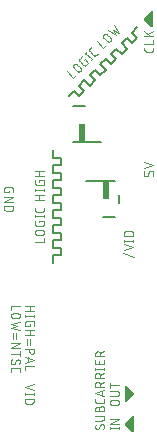
<source format=gbr>
G04 EAGLE Gerber RS-274X export*
G75*
%MOMM*%
%FSLAX34Y34*%
%LPD*%
%INSilkscreen Top*%
%IPPOS*%
%AMOC8*
5,1,8,0,0,1.08239X$1,22.5*%
G01*
%ADD10C,0.050800*%
%ADD11C,0.127000*%
%ADD12C,0.152400*%
%ADD13R,0.500000X1.500000*%
%ADD14R,0.508000X1.524000*%

G36*
X138203Y348501D02*
X138203Y348501D01*
X138255Y348502D01*
X138322Y348527D01*
X138392Y348542D01*
X138437Y348569D01*
X138486Y348587D01*
X138542Y348632D01*
X138603Y348668D01*
X138637Y348708D01*
X138678Y348740D01*
X138717Y348801D01*
X138763Y348855D01*
X138783Y348903D01*
X138811Y348947D01*
X138828Y349017D01*
X138855Y349083D01*
X138863Y349155D01*
X138871Y349186D01*
X138869Y349209D01*
X138874Y349250D01*
X138874Y361950D01*
X138862Y362021D01*
X138860Y362092D01*
X138842Y362141D01*
X138834Y362193D01*
X138801Y362256D01*
X138776Y362323D01*
X138743Y362364D01*
X138719Y362410D01*
X138667Y362459D01*
X138622Y362515D01*
X138578Y362544D01*
X138541Y362580D01*
X138476Y362610D01*
X138415Y362648D01*
X138365Y362661D01*
X138318Y362683D01*
X138246Y362691D01*
X138177Y362709D01*
X138125Y362704D01*
X138073Y362710D01*
X138003Y362695D01*
X137932Y362689D01*
X137884Y362669D01*
X137833Y362658D01*
X137771Y362621D01*
X137705Y362593D01*
X137649Y362548D01*
X137622Y362532D01*
X137606Y362514D01*
X137574Y362488D01*
X131224Y356138D01*
X131213Y356122D01*
X131197Y356110D01*
X131141Y356022D01*
X131081Y355939D01*
X131075Y355920D01*
X131064Y355903D01*
X131039Y355802D01*
X131008Y355703D01*
X131009Y355684D01*
X131004Y355664D01*
X131012Y355561D01*
X131015Y355458D01*
X131022Y355439D01*
X131023Y355419D01*
X131063Y355324D01*
X131099Y355227D01*
X131112Y355211D01*
X131119Y355193D01*
X131224Y355062D01*
X137574Y348712D01*
X137632Y348670D01*
X137684Y348621D01*
X137732Y348599D01*
X137774Y348568D01*
X137842Y348547D01*
X137908Y348517D01*
X137959Y348511D01*
X138009Y348496D01*
X138081Y348498D01*
X138152Y348490D01*
X138203Y348501D01*
G37*
G36*
X115997Y31005D02*
X115997Y31005D01*
X116069Y31011D01*
X116116Y31031D01*
X116167Y31042D01*
X116229Y31079D01*
X116295Y31107D01*
X116351Y31152D01*
X116378Y31168D01*
X116394Y31186D01*
X116426Y31212D01*
X122776Y37562D01*
X122787Y37578D01*
X122803Y37590D01*
X122859Y37678D01*
X122919Y37761D01*
X122925Y37780D01*
X122936Y37797D01*
X122961Y37898D01*
X122992Y37997D01*
X122991Y38016D01*
X122996Y38036D01*
X122988Y38139D01*
X122985Y38242D01*
X122978Y38261D01*
X122977Y38281D01*
X122937Y38376D01*
X122901Y38473D01*
X122888Y38489D01*
X122881Y38507D01*
X122776Y38638D01*
X116426Y44988D01*
X116368Y45030D01*
X116316Y45080D01*
X116268Y45102D01*
X116226Y45132D01*
X116158Y45153D01*
X116093Y45183D01*
X116041Y45189D01*
X115991Y45204D01*
X115919Y45202D01*
X115848Y45210D01*
X115797Y45199D01*
X115745Y45198D01*
X115678Y45173D01*
X115608Y45158D01*
X115563Y45131D01*
X115514Y45113D01*
X115458Y45069D01*
X115397Y45032D01*
X115363Y44992D01*
X115322Y44960D01*
X115283Y44899D01*
X115237Y44845D01*
X115217Y44797D01*
X115189Y44753D01*
X115172Y44683D01*
X115145Y44617D01*
X115137Y44545D01*
X115129Y44514D01*
X115131Y44491D01*
X115126Y44450D01*
X115126Y31750D01*
X115138Y31679D01*
X115140Y31608D01*
X115158Y31559D01*
X115166Y31507D01*
X115199Y31444D01*
X115224Y31377D01*
X115257Y31336D01*
X115281Y31290D01*
X115333Y31241D01*
X115378Y31185D01*
X115422Y31156D01*
X115459Y31121D01*
X115524Y31090D01*
X115585Y31052D01*
X115635Y31039D01*
X115683Y31017D01*
X115754Y31009D01*
X115823Y30991D01*
X115875Y30996D01*
X115927Y30990D01*
X115997Y31005D01*
G37*
G36*
X122328Y5601D02*
X122328Y5601D01*
X122380Y5602D01*
X122447Y5627D01*
X122517Y5642D01*
X122562Y5669D01*
X122611Y5687D01*
X122667Y5732D01*
X122728Y5768D01*
X122762Y5808D01*
X122803Y5840D01*
X122842Y5901D01*
X122888Y5955D01*
X122908Y6003D01*
X122936Y6047D01*
X122953Y6117D01*
X122980Y6183D01*
X122988Y6255D01*
X122996Y6286D01*
X122994Y6309D01*
X122999Y6350D01*
X122999Y19050D01*
X122987Y19121D01*
X122985Y19192D01*
X122967Y19241D01*
X122959Y19293D01*
X122926Y19356D01*
X122901Y19423D01*
X122868Y19464D01*
X122844Y19510D01*
X122792Y19559D01*
X122747Y19615D01*
X122703Y19644D01*
X122666Y19680D01*
X122601Y19710D01*
X122540Y19748D01*
X122490Y19761D01*
X122443Y19783D01*
X122371Y19791D01*
X122302Y19809D01*
X122250Y19804D01*
X122198Y19810D01*
X122128Y19795D01*
X122057Y19789D01*
X122009Y19769D01*
X121958Y19758D01*
X121896Y19721D01*
X121830Y19693D01*
X121774Y19648D01*
X121747Y19632D01*
X121731Y19614D01*
X121699Y19588D01*
X115349Y13238D01*
X115338Y13222D01*
X115322Y13210D01*
X115266Y13122D01*
X115206Y13039D01*
X115200Y13020D01*
X115189Y13003D01*
X115164Y12902D01*
X115133Y12803D01*
X115134Y12784D01*
X115129Y12764D01*
X115137Y12661D01*
X115140Y12558D01*
X115147Y12539D01*
X115148Y12519D01*
X115188Y12424D01*
X115224Y12327D01*
X115237Y12311D01*
X115244Y12293D01*
X115349Y12162D01*
X121699Y5812D01*
X121757Y5770D01*
X121809Y5721D01*
X121857Y5699D01*
X121899Y5668D01*
X121967Y5647D01*
X122033Y5617D01*
X122084Y5611D01*
X122134Y5596D01*
X122206Y5598D01*
X122277Y5590D01*
X122328Y5601D01*
G37*
D10*
X108179Y28668D02*
X104793Y28668D01*
X104702Y28670D01*
X104611Y28676D01*
X104520Y28686D01*
X104430Y28699D01*
X104341Y28717D01*
X104252Y28738D01*
X104165Y28763D01*
X104078Y28792D01*
X103993Y28825D01*
X103910Y28861D01*
X103828Y28901D01*
X103748Y28944D01*
X103669Y28991D01*
X103593Y29041D01*
X103519Y29094D01*
X103448Y29150D01*
X103379Y29210D01*
X103312Y29272D01*
X103249Y29337D01*
X103188Y29405D01*
X103130Y29475D01*
X103075Y29548D01*
X103023Y29623D01*
X102975Y29700D01*
X102930Y29780D01*
X102888Y29861D01*
X102850Y29943D01*
X102816Y30028D01*
X102785Y30114D01*
X102758Y30201D01*
X102735Y30289D01*
X102716Y30378D01*
X102700Y30467D01*
X102688Y30558D01*
X102680Y30648D01*
X102676Y30739D01*
X102676Y30831D01*
X102680Y30922D01*
X102688Y31012D01*
X102700Y31103D01*
X102716Y31192D01*
X102735Y31281D01*
X102758Y31369D01*
X102785Y31456D01*
X102816Y31542D01*
X102850Y31627D01*
X102888Y31709D01*
X102930Y31790D01*
X102975Y31870D01*
X103023Y31947D01*
X103075Y32022D01*
X103130Y32095D01*
X103188Y32165D01*
X103249Y32233D01*
X103312Y32298D01*
X103379Y32360D01*
X103448Y32420D01*
X103519Y32476D01*
X103593Y32529D01*
X103669Y32579D01*
X103748Y32626D01*
X103828Y32669D01*
X103910Y32709D01*
X103993Y32745D01*
X104078Y32778D01*
X104165Y32807D01*
X104252Y32832D01*
X104341Y32853D01*
X104430Y32871D01*
X104520Y32884D01*
X104611Y32894D01*
X104702Y32900D01*
X104793Y32902D01*
X104793Y32901D02*
X108179Y32901D01*
X108179Y32902D02*
X108270Y32900D01*
X108361Y32894D01*
X108452Y32884D01*
X108542Y32871D01*
X108631Y32853D01*
X108720Y32832D01*
X108807Y32807D01*
X108894Y32778D01*
X108979Y32745D01*
X109062Y32709D01*
X109144Y32669D01*
X109224Y32626D01*
X109303Y32579D01*
X109379Y32529D01*
X109453Y32476D01*
X109524Y32420D01*
X109593Y32360D01*
X109660Y32298D01*
X109723Y32233D01*
X109784Y32165D01*
X109842Y32095D01*
X109897Y32022D01*
X109949Y31947D01*
X109997Y31870D01*
X110042Y31790D01*
X110084Y31709D01*
X110122Y31627D01*
X110156Y31542D01*
X110187Y31456D01*
X110214Y31369D01*
X110237Y31281D01*
X110256Y31192D01*
X110272Y31103D01*
X110284Y31012D01*
X110292Y30922D01*
X110296Y30831D01*
X110296Y30739D01*
X110292Y30648D01*
X110284Y30558D01*
X110272Y30467D01*
X110256Y30378D01*
X110237Y30289D01*
X110214Y30201D01*
X110187Y30114D01*
X110156Y30028D01*
X110122Y29943D01*
X110084Y29861D01*
X110042Y29780D01*
X109997Y29700D01*
X109949Y29623D01*
X109897Y29548D01*
X109842Y29475D01*
X109784Y29405D01*
X109723Y29337D01*
X109660Y29272D01*
X109593Y29210D01*
X109524Y29150D01*
X109453Y29094D01*
X109379Y29041D01*
X109303Y28991D01*
X109224Y28944D01*
X109144Y28901D01*
X109062Y28861D01*
X108979Y28825D01*
X108894Y28792D01*
X108807Y28763D01*
X108720Y28738D01*
X108631Y28717D01*
X108542Y28699D01*
X108452Y28686D01*
X108361Y28676D01*
X108270Y28670D01*
X108179Y28668D01*
X108179Y36227D02*
X102676Y36227D01*
X108179Y36227D02*
X108270Y36229D01*
X108361Y36235D01*
X108452Y36245D01*
X108542Y36258D01*
X108631Y36276D01*
X108720Y36297D01*
X108807Y36322D01*
X108894Y36351D01*
X108979Y36384D01*
X109062Y36420D01*
X109144Y36460D01*
X109224Y36503D01*
X109303Y36550D01*
X109379Y36600D01*
X109453Y36653D01*
X109524Y36709D01*
X109593Y36769D01*
X109660Y36831D01*
X109723Y36896D01*
X109784Y36964D01*
X109842Y37034D01*
X109897Y37107D01*
X109949Y37182D01*
X109997Y37259D01*
X110042Y37339D01*
X110084Y37420D01*
X110122Y37502D01*
X110156Y37587D01*
X110187Y37673D01*
X110214Y37760D01*
X110237Y37848D01*
X110256Y37937D01*
X110272Y38026D01*
X110284Y38117D01*
X110292Y38207D01*
X110296Y38298D01*
X110296Y38390D01*
X110292Y38481D01*
X110284Y38571D01*
X110272Y38662D01*
X110256Y38751D01*
X110237Y38840D01*
X110214Y38928D01*
X110187Y39015D01*
X110156Y39101D01*
X110122Y39186D01*
X110084Y39268D01*
X110042Y39349D01*
X109997Y39429D01*
X109949Y39506D01*
X109897Y39581D01*
X109842Y39654D01*
X109784Y39724D01*
X109723Y39792D01*
X109660Y39857D01*
X109593Y39919D01*
X109524Y39979D01*
X109453Y40035D01*
X109379Y40088D01*
X109303Y40138D01*
X109224Y40185D01*
X109144Y40228D01*
X109062Y40268D01*
X108979Y40304D01*
X108894Y40337D01*
X108807Y40366D01*
X108720Y40391D01*
X108631Y40412D01*
X108542Y40430D01*
X108452Y40443D01*
X108361Y40453D01*
X108270Y40459D01*
X108179Y40461D01*
X102676Y40461D01*
X102676Y45415D02*
X110296Y45415D01*
X102676Y43299D02*
X102676Y47532D01*
X38037Y46402D02*
X30417Y43862D01*
X38037Y41322D01*
X38037Y38010D02*
X30417Y38010D01*
X30417Y37164D02*
X30417Y38857D01*
X38037Y38857D02*
X38037Y37164D01*
X38037Y34031D02*
X30417Y34031D01*
X38037Y34031D02*
X38037Y31914D01*
X38035Y31824D01*
X38029Y31734D01*
X38020Y31645D01*
X38007Y31556D01*
X37989Y31468D01*
X37969Y31381D01*
X37944Y31294D01*
X37916Y31209D01*
X37884Y31125D01*
X37849Y31042D01*
X37810Y30961D01*
X37768Y30882D01*
X37723Y30804D01*
X37674Y30729D01*
X37622Y30655D01*
X37567Y30584D01*
X37509Y30515D01*
X37448Y30449D01*
X37385Y30386D01*
X37319Y30325D01*
X37250Y30267D01*
X37179Y30212D01*
X37105Y30160D01*
X37030Y30111D01*
X36952Y30066D01*
X36873Y30024D01*
X36792Y29985D01*
X36709Y29950D01*
X36625Y29918D01*
X36540Y29890D01*
X36453Y29865D01*
X36366Y29845D01*
X36278Y29827D01*
X36189Y29814D01*
X36100Y29805D01*
X36010Y29799D01*
X35920Y29797D01*
X35920Y29798D02*
X32533Y29798D01*
X32533Y29797D02*
X32443Y29799D01*
X32353Y29805D01*
X32264Y29814D01*
X32175Y29827D01*
X32087Y29845D01*
X32000Y29865D01*
X31913Y29890D01*
X31828Y29918D01*
X31744Y29950D01*
X31661Y29985D01*
X31580Y30024D01*
X31501Y30066D01*
X31423Y30111D01*
X31348Y30160D01*
X31274Y30212D01*
X31203Y30267D01*
X31134Y30325D01*
X31068Y30386D01*
X31005Y30449D01*
X30944Y30515D01*
X30886Y30584D01*
X30831Y30655D01*
X30779Y30729D01*
X30730Y30804D01*
X30685Y30882D01*
X30643Y30961D01*
X30604Y31042D01*
X30569Y31125D01*
X30537Y31209D01*
X30509Y31294D01*
X30484Y31381D01*
X30464Y31468D01*
X30446Y31556D01*
X30433Y31645D01*
X30424Y31734D01*
X30418Y31824D01*
X30416Y31914D01*
X30417Y31914D02*
X30417Y34031D01*
X139446Y222614D02*
X139446Y225154D01*
X139444Y225235D01*
X139438Y225315D01*
X139429Y225395D01*
X139415Y225474D01*
X139398Y225553D01*
X139377Y225631D01*
X139353Y225708D01*
X139325Y225783D01*
X139293Y225857D01*
X139258Y225930D01*
X139219Y226001D01*
X139177Y226069D01*
X139132Y226136D01*
X139084Y226201D01*
X139032Y226263D01*
X138978Y226322D01*
X138921Y226379D01*
X138862Y226433D01*
X138800Y226485D01*
X138735Y226533D01*
X138668Y226578D01*
X138600Y226620D01*
X138529Y226659D01*
X138456Y226694D01*
X138382Y226726D01*
X138307Y226754D01*
X138230Y226778D01*
X138152Y226799D01*
X138073Y226816D01*
X137994Y226830D01*
X137914Y226839D01*
X137834Y226845D01*
X137753Y226847D01*
X136906Y226847D01*
X136825Y226845D01*
X136745Y226839D01*
X136665Y226830D01*
X136586Y226816D01*
X136507Y226799D01*
X136429Y226778D01*
X136352Y226754D01*
X136277Y226726D01*
X136203Y226694D01*
X136130Y226659D01*
X136060Y226620D01*
X135991Y226578D01*
X135924Y226533D01*
X135859Y226485D01*
X135797Y226433D01*
X135738Y226379D01*
X135681Y226322D01*
X135627Y226263D01*
X135575Y226201D01*
X135527Y226136D01*
X135482Y226069D01*
X135440Y226001D01*
X135401Y225930D01*
X135366Y225857D01*
X135334Y225783D01*
X135306Y225708D01*
X135282Y225631D01*
X135261Y225553D01*
X135244Y225474D01*
X135230Y225395D01*
X135221Y225315D01*
X135215Y225235D01*
X135213Y225154D01*
X135213Y222614D01*
X131826Y222614D01*
X131826Y226847D01*
X131826Y229506D02*
X139446Y232046D01*
X131826Y234586D01*
X17187Y210156D02*
X17187Y208886D01*
X12954Y208886D01*
X12954Y211426D01*
X12956Y211507D01*
X12962Y211587D01*
X12971Y211667D01*
X12985Y211746D01*
X13002Y211825D01*
X13023Y211903D01*
X13047Y211980D01*
X13075Y212055D01*
X13107Y212129D01*
X13142Y212202D01*
X13181Y212273D01*
X13223Y212341D01*
X13268Y212408D01*
X13316Y212473D01*
X13368Y212535D01*
X13422Y212594D01*
X13479Y212651D01*
X13538Y212705D01*
X13600Y212757D01*
X13665Y212805D01*
X13732Y212850D01*
X13801Y212892D01*
X13871Y212931D01*
X13944Y212966D01*
X14018Y212998D01*
X14093Y213026D01*
X14170Y213050D01*
X14248Y213071D01*
X14327Y213088D01*
X14406Y213102D01*
X14486Y213111D01*
X14566Y213117D01*
X14647Y213119D01*
X14647Y213120D02*
X18881Y213120D01*
X18881Y213119D02*
X18962Y213117D01*
X19042Y213111D01*
X19122Y213102D01*
X19201Y213088D01*
X19280Y213071D01*
X19358Y213050D01*
X19435Y213026D01*
X19510Y212998D01*
X19584Y212966D01*
X19657Y212931D01*
X19727Y212892D01*
X19796Y212850D01*
X19863Y212805D01*
X19928Y212757D01*
X19990Y212705D01*
X20049Y212651D01*
X20106Y212594D01*
X20160Y212535D01*
X20212Y212473D01*
X20260Y212408D01*
X20305Y212341D01*
X20347Y212273D01*
X20386Y212202D01*
X20421Y212129D01*
X20453Y212055D01*
X20481Y211980D01*
X20505Y211903D01*
X20526Y211825D01*
X20543Y211746D01*
X20557Y211667D01*
X20566Y211587D01*
X20572Y211507D01*
X20574Y211426D01*
X20574Y208886D01*
X20574Y205317D02*
X12954Y205317D01*
X12954Y201083D02*
X20574Y205317D01*
X20574Y201083D02*
X12954Y201083D01*
X12954Y197514D02*
X20574Y197514D01*
X20574Y195397D01*
X20572Y195307D01*
X20566Y195217D01*
X20557Y195128D01*
X20544Y195039D01*
X20526Y194951D01*
X20506Y194864D01*
X20481Y194777D01*
X20453Y194692D01*
X20421Y194608D01*
X20386Y194525D01*
X20347Y194444D01*
X20305Y194365D01*
X20260Y194287D01*
X20211Y194212D01*
X20159Y194138D01*
X20104Y194067D01*
X20046Y193998D01*
X19985Y193932D01*
X19922Y193869D01*
X19856Y193808D01*
X19787Y193750D01*
X19716Y193695D01*
X19642Y193643D01*
X19567Y193594D01*
X19489Y193549D01*
X19410Y193507D01*
X19329Y193468D01*
X19246Y193433D01*
X19162Y193401D01*
X19077Y193373D01*
X18990Y193348D01*
X18903Y193328D01*
X18815Y193310D01*
X18726Y193297D01*
X18637Y193288D01*
X18547Y193282D01*
X18457Y193280D01*
X15071Y193280D01*
X14981Y193282D01*
X14891Y193288D01*
X14802Y193297D01*
X14713Y193310D01*
X14625Y193328D01*
X14538Y193348D01*
X14451Y193373D01*
X14366Y193401D01*
X14282Y193433D01*
X14199Y193468D01*
X14118Y193507D01*
X14039Y193549D01*
X13961Y193594D01*
X13886Y193643D01*
X13812Y193695D01*
X13741Y193750D01*
X13672Y193808D01*
X13606Y193869D01*
X13543Y193932D01*
X13482Y193998D01*
X13424Y194067D01*
X13369Y194138D01*
X13317Y194212D01*
X13268Y194287D01*
X13223Y194365D01*
X13181Y194444D01*
X13142Y194525D01*
X13107Y194608D01*
X13075Y194692D01*
X13047Y194777D01*
X13022Y194864D01*
X13002Y194951D01*
X12984Y195039D01*
X12971Y195128D01*
X12962Y195217D01*
X12956Y195307D01*
X12954Y195397D01*
X12954Y197514D01*
X102676Y9017D02*
X110296Y9017D01*
X110296Y8170D02*
X110296Y9864D01*
X102676Y9864D02*
X102676Y8170D01*
X102676Y12996D02*
X110296Y12996D01*
X110296Y17230D02*
X102676Y12996D01*
X102676Y17230D02*
X110296Y17230D01*
X97696Y10832D02*
X97694Y10913D01*
X97688Y10993D01*
X97679Y11073D01*
X97665Y11152D01*
X97648Y11231D01*
X97627Y11309D01*
X97603Y11386D01*
X97575Y11461D01*
X97543Y11535D01*
X97508Y11608D01*
X97469Y11679D01*
X97427Y11747D01*
X97382Y11814D01*
X97334Y11879D01*
X97282Y11941D01*
X97228Y12000D01*
X97171Y12057D01*
X97112Y12111D01*
X97050Y12163D01*
X96985Y12211D01*
X96918Y12256D01*
X96850Y12298D01*
X96779Y12337D01*
X96706Y12372D01*
X96632Y12404D01*
X96557Y12432D01*
X96480Y12456D01*
X96402Y12477D01*
X96323Y12494D01*
X96244Y12508D01*
X96164Y12517D01*
X96084Y12523D01*
X96003Y12525D01*
X97696Y10832D02*
X97694Y10714D01*
X97688Y10597D01*
X97679Y10480D01*
X97665Y10363D01*
X97648Y10246D01*
X97627Y10131D01*
X97602Y10016D01*
X97573Y9901D01*
X97540Y9788D01*
X97504Y9676D01*
X97464Y9566D01*
X97421Y9456D01*
X97374Y9348D01*
X97323Y9242D01*
X97269Y9138D01*
X97212Y9035D01*
X97151Y8934D01*
X97087Y8835D01*
X97020Y8739D01*
X96949Y8645D01*
X96876Y8553D01*
X96799Y8463D01*
X96720Y8376D01*
X96638Y8292D01*
X91769Y8504D02*
X91688Y8506D01*
X91608Y8512D01*
X91528Y8521D01*
X91449Y8535D01*
X91370Y8552D01*
X91292Y8573D01*
X91215Y8597D01*
X91140Y8625D01*
X91066Y8657D01*
X90993Y8692D01*
X90923Y8731D01*
X90854Y8773D01*
X90787Y8818D01*
X90722Y8866D01*
X90660Y8918D01*
X90601Y8972D01*
X90544Y9029D01*
X90490Y9088D01*
X90438Y9150D01*
X90390Y9215D01*
X90345Y9282D01*
X90303Y9351D01*
X90264Y9421D01*
X90229Y9494D01*
X90197Y9568D01*
X90169Y9643D01*
X90145Y9720D01*
X90124Y9798D01*
X90107Y9877D01*
X90093Y9956D01*
X90084Y10036D01*
X90078Y10116D01*
X90076Y10197D01*
X90078Y10305D01*
X90083Y10412D01*
X90092Y10519D01*
X90105Y10626D01*
X90121Y10732D01*
X90141Y10838D01*
X90165Y10943D01*
X90192Y11047D01*
X90222Y11150D01*
X90256Y11252D01*
X90294Y11353D01*
X90335Y11452D01*
X90379Y11550D01*
X90426Y11647D01*
X90477Y11741D01*
X90531Y11835D01*
X90588Y11926D01*
X90648Y12015D01*
X90711Y12102D01*
X93251Y9350D02*
X93208Y9281D01*
X93162Y9214D01*
X93113Y9149D01*
X93061Y9087D01*
X93006Y9028D01*
X92948Y8971D01*
X92887Y8916D01*
X92825Y8865D01*
X92759Y8817D01*
X92692Y8772D01*
X92622Y8730D01*
X92551Y8691D01*
X92478Y8656D01*
X92403Y8624D01*
X92327Y8596D01*
X92250Y8572D01*
X92171Y8551D01*
X92092Y8534D01*
X92012Y8520D01*
X91931Y8511D01*
X91850Y8505D01*
X91769Y8503D01*
X94521Y11678D02*
X94564Y11747D01*
X94610Y11814D01*
X94659Y11879D01*
X94711Y11941D01*
X94766Y12000D01*
X94824Y12058D01*
X94885Y12112D01*
X94947Y12163D01*
X95013Y12211D01*
X95080Y12256D01*
X95150Y12298D01*
X95221Y12337D01*
X95294Y12372D01*
X95369Y12404D01*
X95445Y12432D01*
X95522Y12457D01*
X95601Y12477D01*
X95680Y12494D01*
X95760Y12508D01*
X95841Y12517D01*
X95922Y12523D01*
X96003Y12525D01*
X94521Y11678D02*
X93251Y9350D01*
X95579Y15607D02*
X90076Y15607D01*
X95579Y15607D02*
X95670Y15609D01*
X95761Y15615D01*
X95852Y15625D01*
X95942Y15638D01*
X96031Y15656D01*
X96120Y15677D01*
X96207Y15702D01*
X96294Y15731D01*
X96379Y15764D01*
X96462Y15800D01*
X96544Y15840D01*
X96624Y15883D01*
X96703Y15930D01*
X96779Y15980D01*
X96853Y16033D01*
X96924Y16089D01*
X96993Y16149D01*
X97060Y16211D01*
X97123Y16276D01*
X97184Y16344D01*
X97242Y16414D01*
X97297Y16487D01*
X97349Y16562D01*
X97397Y16639D01*
X97442Y16719D01*
X97484Y16800D01*
X97522Y16882D01*
X97556Y16967D01*
X97587Y17053D01*
X97614Y17140D01*
X97637Y17228D01*
X97656Y17317D01*
X97672Y17406D01*
X97684Y17497D01*
X97692Y17587D01*
X97696Y17678D01*
X97696Y17770D01*
X97692Y17861D01*
X97684Y17951D01*
X97672Y18042D01*
X97656Y18131D01*
X97637Y18220D01*
X97614Y18308D01*
X97587Y18395D01*
X97556Y18481D01*
X97522Y18566D01*
X97484Y18648D01*
X97442Y18729D01*
X97397Y18809D01*
X97349Y18886D01*
X97297Y18961D01*
X97242Y19034D01*
X97184Y19104D01*
X97123Y19172D01*
X97060Y19237D01*
X96993Y19299D01*
X96924Y19359D01*
X96853Y19415D01*
X96779Y19468D01*
X96703Y19518D01*
X96624Y19565D01*
X96544Y19608D01*
X96462Y19648D01*
X96379Y19684D01*
X96294Y19717D01*
X96207Y19746D01*
X96120Y19771D01*
X96031Y19792D01*
X95942Y19810D01*
X95852Y19823D01*
X95761Y19833D01*
X95670Y19839D01*
X95579Y19841D01*
X95579Y19840D02*
X90076Y19840D01*
X93463Y23506D02*
X93463Y25623D01*
X93462Y25623D02*
X93464Y25714D01*
X93470Y25805D01*
X93480Y25896D01*
X93493Y25986D01*
X93511Y26075D01*
X93532Y26164D01*
X93557Y26251D01*
X93586Y26338D01*
X93619Y26423D01*
X93655Y26506D01*
X93695Y26588D01*
X93738Y26668D01*
X93785Y26747D01*
X93835Y26823D01*
X93888Y26897D01*
X93944Y26968D01*
X94004Y27037D01*
X94066Y27104D01*
X94131Y27167D01*
X94199Y27228D01*
X94269Y27286D01*
X94342Y27341D01*
X94417Y27393D01*
X94494Y27441D01*
X94574Y27486D01*
X94655Y27528D01*
X94737Y27566D01*
X94822Y27600D01*
X94908Y27631D01*
X94995Y27658D01*
X95083Y27681D01*
X95172Y27700D01*
X95261Y27716D01*
X95352Y27728D01*
X95442Y27736D01*
X95533Y27740D01*
X95625Y27740D01*
X95716Y27736D01*
X95806Y27728D01*
X95897Y27716D01*
X95986Y27700D01*
X96075Y27681D01*
X96163Y27658D01*
X96250Y27631D01*
X96336Y27600D01*
X96421Y27566D01*
X96503Y27528D01*
X96584Y27486D01*
X96664Y27441D01*
X96741Y27393D01*
X96816Y27341D01*
X96889Y27286D01*
X96959Y27228D01*
X97027Y27167D01*
X97092Y27104D01*
X97154Y27037D01*
X97214Y26968D01*
X97270Y26897D01*
X97323Y26823D01*
X97373Y26747D01*
X97420Y26668D01*
X97463Y26588D01*
X97503Y26506D01*
X97539Y26423D01*
X97572Y26338D01*
X97601Y26251D01*
X97626Y26164D01*
X97647Y26075D01*
X97665Y25986D01*
X97678Y25896D01*
X97688Y25805D01*
X97694Y25714D01*
X97696Y25623D01*
X97696Y23506D01*
X90076Y23506D01*
X90076Y25623D01*
X90078Y25704D01*
X90084Y25784D01*
X90093Y25864D01*
X90107Y25943D01*
X90124Y26022D01*
X90145Y26100D01*
X90169Y26177D01*
X90197Y26252D01*
X90229Y26326D01*
X90264Y26399D01*
X90303Y26470D01*
X90345Y26538D01*
X90390Y26605D01*
X90438Y26670D01*
X90490Y26732D01*
X90544Y26791D01*
X90601Y26848D01*
X90660Y26902D01*
X90722Y26954D01*
X90787Y27002D01*
X90854Y27047D01*
X90923Y27089D01*
X90993Y27128D01*
X91066Y27163D01*
X91140Y27195D01*
X91215Y27223D01*
X91292Y27247D01*
X91370Y27268D01*
X91449Y27285D01*
X91528Y27299D01*
X91608Y27308D01*
X91688Y27314D01*
X91769Y27316D01*
X91850Y27314D01*
X91930Y27308D01*
X92010Y27299D01*
X92089Y27285D01*
X92168Y27268D01*
X92246Y27247D01*
X92323Y27223D01*
X92398Y27195D01*
X92472Y27163D01*
X92545Y27128D01*
X92616Y27089D01*
X92684Y27047D01*
X92751Y27002D01*
X92816Y26954D01*
X92878Y26902D01*
X92937Y26848D01*
X92994Y26791D01*
X93048Y26732D01*
X93100Y26670D01*
X93148Y26605D01*
X93193Y26538D01*
X93235Y26470D01*
X93274Y26399D01*
X93309Y26326D01*
X93341Y26252D01*
X93369Y26177D01*
X93393Y26100D01*
X93414Y26022D01*
X93431Y25943D01*
X93445Y25864D01*
X93454Y25784D01*
X93460Y25704D01*
X93462Y25623D01*
X97696Y32155D02*
X97696Y33849D01*
X97696Y32155D02*
X97694Y32074D01*
X97688Y31994D01*
X97679Y31914D01*
X97665Y31835D01*
X97648Y31756D01*
X97627Y31678D01*
X97603Y31601D01*
X97575Y31526D01*
X97543Y31452D01*
X97508Y31379D01*
X97469Y31309D01*
X97427Y31240D01*
X97382Y31173D01*
X97334Y31108D01*
X97282Y31046D01*
X97228Y30987D01*
X97171Y30930D01*
X97112Y30876D01*
X97050Y30824D01*
X96985Y30776D01*
X96918Y30731D01*
X96850Y30689D01*
X96779Y30650D01*
X96706Y30615D01*
X96632Y30583D01*
X96557Y30555D01*
X96480Y30531D01*
X96402Y30510D01*
X96323Y30493D01*
X96244Y30479D01*
X96164Y30470D01*
X96084Y30464D01*
X96003Y30462D01*
X91769Y30462D01*
X91769Y30463D02*
X91688Y30465D01*
X91608Y30471D01*
X91528Y30480D01*
X91449Y30494D01*
X91370Y30511D01*
X91292Y30532D01*
X91215Y30556D01*
X91140Y30584D01*
X91066Y30616D01*
X90993Y30651D01*
X90923Y30690D01*
X90854Y30732D01*
X90787Y30777D01*
X90722Y30825D01*
X90660Y30876D01*
X90601Y30931D01*
X90544Y30988D01*
X90490Y31047D01*
X90438Y31109D01*
X90390Y31174D01*
X90345Y31241D01*
X90303Y31309D01*
X90264Y31380D01*
X90229Y31453D01*
X90197Y31527D01*
X90169Y31602D01*
X90145Y31679D01*
X90124Y31757D01*
X90107Y31836D01*
X90093Y31915D01*
X90084Y31995D01*
X90078Y32075D01*
X90076Y32156D01*
X90076Y32155D02*
X90076Y33849D01*
X90076Y38694D02*
X97696Y36154D01*
X97696Y41234D02*
X90076Y38694D01*
X95791Y40599D02*
X95791Y36789D01*
X97696Y44178D02*
X90076Y44178D01*
X90076Y46295D01*
X90078Y46386D01*
X90084Y46477D01*
X90094Y46568D01*
X90107Y46658D01*
X90125Y46747D01*
X90146Y46836D01*
X90171Y46923D01*
X90200Y47010D01*
X90233Y47095D01*
X90269Y47178D01*
X90309Y47260D01*
X90352Y47340D01*
X90399Y47419D01*
X90449Y47495D01*
X90502Y47569D01*
X90558Y47640D01*
X90618Y47709D01*
X90680Y47776D01*
X90745Y47839D01*
X90813Y47900D01*
X90883Y47958D01*
X90956Y48013D01*
X91031Y48065D01*
X91108Y48113D01*
X91188Y48158D01*
X91269Y48200D01*
X91351Y48238D01*
X91436Y48272D01*
X91522Y48303D01*
X91609Y48330D01*
X91697Y48353D01*
X91786Y48372D01*
X91875Y48388D01*
X91966Y48400D01*
X92056Y48408D01*
X92147Y48412D01*
X92239Y48412D01*
X92330Y48408D01*
X92420Y48400D01*
X92511Y48388D01*
X92600Y48372D01*
X92689Y48353D01*
X92777Y48330D01*
X92864Y48303D01*
X92950Y48272D01*
X93035Y48238D01*
X93117Y48200D01*
X93198Y48158D01*
X93278Y48113D01*
X93355Y48065D01*
X93430Y48013D01*
X93503Y47958D01*
X93573Y47900D01*
X93641Y47839D01*
X93706Y47776D01*
X93768Y47709D01*
X93828Y47640D01*
X93884Y47569D01*
X93937Y47495D01*
X93987Y47419D01*
X94034Y47340D01*
X94077Y47260D01*
X94117Y47178D01*
X94153Y47095D01*
X94186Y47010D01*
X94215Y46923D01*
X94240Y46836D01*
X94261Y46747D01*
X94279Y46658D01*
X94292Y46568D01*
X94302Y46477D01*
X94308Y46386D01*
X94310Y46295D01*
X94309Y46295D02*
X94309Y44178D01*
X94309Y46718D02*
X97696Y48411D01*
X97696Y51737D02*
X90076Y51737D01*
X90076Y53854D01*
X90078Y53945D01*
X90084Y54036D01*
X90094Y54127D01*
X90107Y54217D01*
X90125Y54306D01*
X90146Y54395D01*
X90171Y54482D01*
X90200Y54569D01*
X90233Y54654D01*
X90269Y54737D01*
X90309Y54819D01*
X90352Y54899D01*
X90399Y54978D01*
X90449Y55054D01*
X90502Y55128D01*
X90558Y55199D01*
X90618Y55268D01*
X90680Y55335D01*
X90745Y55398D01*
X90813Y55459D01*
X90883Y55517D01*
X90956Y55572D01*
X91031Y55624D01*
X91108Y55672D01*
X91188Y55717D01*
X91269Y55759D01*
X91351Y55797D01*
X91436Y55831D01*
X91522Y55862D01*
X91609Y55889D01*
X91697Y55912D01*
X91786Y55931D01*
X91875Y55947D01*
X91966Y55959D01*
X92056Y55967D01*
X92147Y55971D01*
X92239Y55971D01*
X92330Y55967D01*
X92420Y55959D01*
X92511Y55947D01*
X92600Y55931D01*
X92689Y55912D01*
X92777Y55889D01*
X92864Y55862D01*
X92950Y55831D01*
X93035Y55797D01*
X93117Y55759D01*
X93198Y55717D01*
X93278Y55672D01*
X93355Y55624D01*
X93430Y55572D01*
X93503Y55517D01*
X93573Y55459D01*
X93641Y55398D01*
X93706Y55335D01*
X93768Y55268D01*
X93828Y55199D01*
X93884Y55128D01*
X93937Y55054D01*
X93987Y54978D01*
X94034Y54899D01*
X94077Y54819D01*
X94117Y54737D01*
X94153Y54654D01*
X94186Y54569D01*
X94215Y54482D01*
X94240Y54395D01*
X94261Y54306D01*
X94279Y54217D01*
X94292Y54127D01*
X94302Y54036D01*
X94308Y53945D01*
X94310Y53854D01*
X94309Y53854D02*
X94309Y51737D01*
X94309Y54277D02*
X97696Y55970D01*
X97696Y59664D02*
X90076Y59664D01*
X97696Y58817D02*
X97696Y60511D01*
X90076Y60511D02*
X90076Y58817D01*
X97696Y63656D02*
X97696Y67043D01*
X97696Y63656D02*
X90076Y63656D01*
X90076Y67043D01*
X93463Y66196D02*
X93463Y63656D01*
X90076Y70025D02*
X97696Y70025D01*
X90076Y70025D02*
X90076Y72142D01*
X90078Y72233D01*
X90084Y72324D01*
X90094Y72415D01*
X90107Y72505D01*
X90125Y72594D01*
X90146Y72683D01*
X90171Y72770D01*
X90200Y72857D01*
X90233Y72942D01*
X90269Y73025D01*
X90309Y73107D01*
X90352Y73187D01*
X90399Y73266D01*
X90449Y73342D01*
X90502Y73416D01*
X90558Y73487D01*
X90618Y73556D01*
X90680Y73623D01*
X90745Y73686D01*
X90813Y73747D01*
X90883Y73805D01*
X90956Y73860D01*
X91031Y73912D01*
X91108Y73960D01*
X91188Y74005D01*
X91269Y74047D01*
X91351Y74085D01*
X91436Y74119D01*
X91522Y74150D01*
X91609Y74177D01*
X91697Y74200D01*
X91786Y74219D01*
X91875Y74235D01*
X91966Y74247D01*
X92056Y74255D01*
X92147Y74259D01*
X92239Y74259D01*
X92330Y74255D01*
X92420Y74247D01*
X92511Y74235D01*
X92600Y74219D01*
X92689Y74200D01*
X92777Y74177D01*
X92864Y74150D01*
X92950Y74119D01*
X93035Y74085D01*
X93117Y74047D01*
X93198Y74005D01*
X93278Y73960D01*
X93355Y73912D01*
X93430Y73860D01*
X93503Y73805D01*
X93573Y73747D01*
X93641Y73686D01*
X93706Y73623D01*
X93768Y73556D01*
X93828Y73487D01*
X93884Y73416D01*
X93937Y73342D01*
X93987Y73266D01*
X94034Y73187D01*
X94077Y73107D01*
X94117Y73025D01*
X94153Y72942D01*
X94186Y72857D01*
X94215Y72770D01*
X94240Y72683D01*
X94261Y72594D01*
X94279Y72505D01*
X94292Y72415D01*
X94302Y72324D01*
X94308Y72233D01*
X94310Y72142D01*
X94309Y72142D02*
X94309Y70025D01*
X94309Y72565D02*
X97696Y74258D01*
X46896Y166820D02*
X39276Y166820D01*
X46896Y166820D02*
X46896Y170207D01*
X44779Y172903D02*
X41393Y172903D01*
X41302Y172905D01*
X41211Y172911D01*
X41120Y172921D01*
X41030Y172934D01*
X40941Y172952D01*
X40852Y172973D01*
X40765Y172998D01*
X40678Y173027D01*
X40593Y173060D01*
X40510Y173096D01*
X40428Y173136D01*
X40348Y173179D01*
X40269Y173226D01*
X40193Y173276D01*
X40119Y173329D01*
X40048Y173385D01*
X39979Y173445D01*
X39912Y173507D01*
X39849Y173572D01*
X39788Y173640D01*
X39730Y173710D01*
X39675Y173783D01*
X39623Y173858D01*
X39575Y173935D01*
X39530Y174015D01*
X39488Y174096D01*
X39450Y174178D01*
X39416Y174263D01*
X39385Y174349D01*
X39358Y174436D01*
X39335Y174524D01*
X39316Y174613D01*
X39300Y174702D01*
X39288Y174793D01*
X39280Y174883D01*
X39276Y174974D01*
X39276Y175066D01*
X39280Y175157D01*
X39288Y175247D01*
X39300Y175338D01*
X39316Y175427D01*
X39335Y175516D01*
X39358Y175604D01*
X39385Y175691D01*
X39416Y175777D01*
X39450Y175862D01*
X39488Y175944D01*
X39530Y176025D01*
X39575Y176105D01*
X39623Y176182D01*
X39675Y176257D01*
X39730Y176330D01*
X39788Y176400D01*
X39849Y176468D01*
X39912Y176533D01*
X39979Y176595D01*
X40048Y176655D01*
X40119Y176711D01*
X40193Y176764D01*
X40269Y176814D01*
X40348Y176861D01*
X40428Y176904D01*
X40510Y176944D01*
X40593Y176980D01*
X40678Y177013D01*
X40765Y177042D01*
X40852Y177067D01*
X40941Y177088D01*
X41030Y177106D01*
X41120Y177119D01*
X41211Y177129D01*
X41302Y177135D01*
X41393Y177137D01*
X44779Y177137D01*
X44870Y177135D01*
X44961Y177129D01*
X45052Y177119D01*
X45142Y177106D01*
X45231Y177088D01*
X45320Y177067D01*
X45407Y177042D01*
X45494Y177013D01*
X45579Y176980D01*
X45662Y176944D01*
X45744Y176904D01*
X45824Y176861D01*
X45903Y176814D01*
X45979Y176764D01*
X46053Y176711D01*
X46124Y176655D01*
X46193Y176595D01*
X46260Y176533D01*
X46323Y176468D01*
X46384Y176400D01*
X46442Y176330D01*
X46497Y176257D01*
X46549Y176182D01*
X46597Y176105D01*
X46642Y176025D01*
X46684Y175944D01*
X46722Y175862D01*
X46756Y175777D01*
X46787Y175691D01*
X46814Y175604D01*
X46837Y175516D01*
X46856Y175427D01*
X46872Y175338D01*
X46884Y175247D01*
X46892Y175157D01*
X46896Y175066D01*
X46896Y174974D01*
X46892Y174883D01*
X46884Y174793D01*
X46872Y174702D01*
X46856Y174613D01*
X46837Y174524D01*
X46814Y174436D01*
X46787Y174349D01*
X46756Y174263D01*
X46722Y174178D01*
X46684Y174096D01*
X46642Y174015D01*
X46597Y173935D01*
X46549Y173858D01*
X46497Y173783D01*
X46442Y173710D01*
X46384Y173640D01*
X46323Y173572D01*
X46260Y173507D01*
X46193Y173445D01*
X46124Y173385D01*
X46053Y173329D01*
X45979Y173276D01*
X45903Y173226D01*
X45824Y173179D01*
X45744Y173136D01*
X45662Y173096D01*
X45579Y173060D01*
X45494Y173027D01*
X45407Y172998D01*
X45320Y172973D01*
X45231Y172952D01*
X45142Y172934D01*
X45052Y172921D01*
X44961Y172911D01*
X44870Y172905D01*
X44779Y172903D01*
X42663Y183426D02*
X42663Y184696D01*
X46896Y184696D01*
X46896Y182156D01*
X46894Y182075D01*
X46888Y181995D01*
X46879Y181915D01*
X46865Y181836D01*
X46848Y181757D01*
X46827Y181679D01*
X46803Y181602D01*
X46775Y181527D01*
X46743Y181453D01*
X46708Y181380D01*
X46669Y181310D01*
X46627Y181241D01*
X46582Y181174D01*
X46534Y181109D01*
X46482Y181047D01*
X46428Y180988D01*
X46371Y180931D01*
X46312Y180877D01*
X46250Y180825D01*
X46185Y180777D01*
X46118Y180732D01*
X46050Y180690D01*
X45979Y180651D01*
X45906Y180616D01*
X45832Y180584D01*
X45757Y180556D01*
X45680Y180532D01*
X45602Y180511D01*
X45523Y180494D01*
X45444Y180480D01*
X45364Y180471D01*
X45284Y180465D01*
X45203Y180463D01*
X45203Y180462D02*
X40969Y180462D01*
X40969Y180463D02*
X40888Y180465D01*
X40808Y180471D01*
X40728Y180480D01*
X40649Y180494D01*
X40570Y180511D01*
X40492Y180532D01*
X40415Y180556D01*
X40340Y180584D01*
X40266Y180616D01*
X40193Y180651D01*
X40123Y180690D01*
X40054Y180732D01*
X39987Y180777D01*
X39922Y180825D01*
X39860Y180876D01*
X39801Y180931D01*
X39744Y180988D01*
X39690Y181047D01*
X39638Y181109D01*
X39590Y181174D01*
X39545Y181241D01*
X39503Y181309D01*
X39464Y181380D01*
X39429Y181453D01*
X39397Y181527D01*
X39369Y181602D01*
X39345Y181679D01*
X39324Y181757D01*
X39307Y181836D01*
X39293Y181915D01*
X39284Y181995D01*
X39278Y182075D01*
X39276Y182156D01*
X39276Y184696D01*
X39276Y188675D02*
X46896Y188675D01*
X46896Y187828D02*
X46896Y189522D01*
X39276Y189522D02*
X39276Y187828D01*
X46896Y194085D02*
X46896Y195778D01*
X46896Y194085D02*
X46894Y194004D01*
X46888Y193924D01*
X46879Y193844D01*
X46865Y193765D01*
X46848Y193686D01*
X46827Y193608D01*
X46803Y193531D01*
X46775Y193456D01*
X46743Y193382D01*
X46708Y193309D01*
X46669Y193239D01*
X46627Y193170D01*
X46582Y193103D01*
X46534Y193038D01*
X46482Y192976D01*
X46428Y192917D01*
X46371Y192860D01*
X46312Y192806D01*
X46250Y192754D01*
X46185Y192706D01*
X46118Y192661D01*
X46050Y192619D01*
X45979Y192580D01*
X45906Y192545D01*
X45832Y192513D01*
X45757Y192485D01*
X45680Y192461D01*
X45602Y192440D01*
X45523Y192423D01*
X45444Y192409D01*
X45364Y192400D01*
X45284Y192394D01*
X45203Y192392D01*
X40969Y192392D01*
X40888Y192394D01*
X40808Y192400D01*
X40728Y192409D01*
X40649Y192423D01*
X40570Y192440D01*
X40492Y192461D01*
X40415Y192485D01*
X40340Y192513D01*
X40266Y192545D01*
X40193Y192580D01*
X40123Y192619D01*
X40054Y192661D01*
X39987Y192706D01*
X39922Y192754D01*
X39860Y192805D01*
X39801Y192860D01*
X39744Y192917D01*
X39690Y192976D01*
X39638Y193038D01*
X39590Y193103D01*
X39545Y193170D01*
X39503Y193238D01*
X39464Y193309D01*
X39429Y193382D01*
X39397Y193456D01*
X39369Y193531D01*
X39345Y193608D01*
X39324Y193686D01*
X39307Y193765D01*
X39293Y193844D01*
X39284Y193924D01*
X39278Y194004D01*
X39276Y194085D01*
X39276Y195778D01*
X39276Y202652D02*
X46896Y202652D01*
X42663Y202652D02*
X42663Y206885D01*
X39276Y206885D02*
X46896Y206885D01*
X46896Y210864D02*
X39276Y210864D01*
X46896Y210018D02*
X46896Y211711D01*
X39276Y211711D02*
X39276Y210018D01*
X42663Y217807D02*
X42663Y219077D01*
X46896Y219077D01*
X46896Y216537D01*
X46894Y216456D01*
X46888Y216376D01*
X46879Y216296D01*
X46865Y216217D01*
X46848Y216138D01*
X46827Y216060D01*
X46803Y215983D01*
X46775Y215908D01*
X46743Y215834D01*
X46708Y215761D01*
X46669Y215691D01*
X46627Y215622D01*
X46582Y215555D01*
X46534Y215490D01*
X46482Y215428D01*
X46428Y215369D01*
X46371Y215312D01*
X46312Y215258D01*
X46250Y215206D01*
X46185Y215158D01*
X46118Y215113D01*
X46050Y215071D01*
X45979Y215032D01*
X45906Y214997D01*
X45832Y214965D01*
X45757Y214937D01*
X45680Y214913D01*
X45602Y214892D01*
X45523Y214875D01*
X45444Y214861D01*
X45364Y214852D01*
X45284Y214846D01*
X45203Y214844D01*
X40969Y214844D01*
X40888Y214846D01*
X40808Y214852D01*
X40728Y214861D01*
X40649Y214875D01*
X40570Y214892D01*
X40492Y214913D01*
X40415Y214937D01*
X40340Y214965D01*
X40266Y214997D01*
X40193Y215032D01*
X40123Y215071D01*
X40054Y215113D01*
X39987Y215158D01*
X39922Y215206D01*
X39860Y215257D01*
X39801Y215312D01*
X39744Y215369D01*
X39690Y215428D01*
X39638Y215490D01*
X39590Y215555D01*
X39545Y215622D01*
X39503Y215690D01*
X39464Y215761D01*
X39429Y215834D01*
X39397Y215908D01*
X39369Y215983D01*
X39345Y216060D01*
X39324Y216138D01*
X39307Y216217D01*
X39293Y216296D01*
X39284Y216376D01*
X39278Y216456D01*
X39276Y216537D01*
X39276Y219077D01*
X39276Y222647D02*
X46896Y222647D01*
X42663Y222647D02*
X42663Y226880D01*
X39276Y226880D02*
X46896Y226880D01*
X71720Y305917D02*
X66332Y311305D01*
X71720Y305917D02*
X74115Y308311D01*
X74525Y311715D02*
X72130Y314109D01*
X72067Y314175D01*
X72007Y314243D01*
X71950Y314314D01*
X71896Y314388D01*
X71845Y314463D01*
X71797Y314541D01*
X71753Y314621D01*
X71713Y314702D01*
X71676Y314785D01*
X71642Y314870D01*
X71612Y314956D01*
X71586Y315043D01*
X71564Y315132D01*
X71545Y315221D01*
X71531Y315311D01*
X71520Y315401D01*
X71513Y315492D01*
X71510Y315583D01*
X71511Y315674D01*
X71516Y315765D01*
X71525Y315856D01*
X71538Y315946D01*
X71554Y316036D01*
X71574Y316125D01*
X71599Y316212D01*
X71627Y316299D01*
X71658Y316384D01*
X71694Y316468D01*
X71733Y316551D01*
X71775Y316631D01*
X71821Y316710D01*
X71870Y316787D01*
X71922Y316861D01*
X71978Y316934D01*
X72037Y317003D01*
X72098Y317070D01*
X72163Y317135D01*
X72230Y317196D01*
X72299Y317255D01*
X72372Y317311D01*
X72446Y317363D01*
X72523Y317412D01*
X72602Y317458D01*
X72682Y317500D01*
X72765Y317539D01*
X72849Y317575D01*
X72934Y317606D01*
X73021Y317634D01*
X73108Y317659D01*
X73197Y317679D01*
X73287Y317695D01*
X73377Y317708D01*
X73468Y317717D01*
X73559Y317722D01*
X73650Y317723D01*
X73741Y317720D01*
X73832Y317713D01*
X73922Y317702D01*
X74012Y317688D01*
X74101Y317669D01*
X74190Y317647D01*
X74277Y317621D01*
X74363Y317591D01*
X74448Y317557D01*
X74531Y317520D01*
X74612Y317480D01*
X74692Y317436D01*
X74770Y317388D01*
X74845Y317337D01*
X74919Y317283D01*
X74990Y317226D01*
X75058Y317166D01*
X75124Y317103D01*
X75123Y317103D02*
X77518Y314708D01*
X77581Y314642D01*
X77641Y314574D01*
X77698Y314503D01*
X77752Y314429D01*
X77803Y314354D01*
X77851Y314276D01*
X77895Y314196D01*
X77935Y314115D01*
X77972Y314032D01*
X78006Y313947D01*
X78036Y313861D01*
X78062Y313774D01*
X78084Y313685D01*
X78103Y313596D01*
X78117Y313506D01*
X78128Y313416D01*
X78135Y313325D01*
X78138Y313234D01*
X78137Y313143D01*
X78132Y313052D01*
X78123Y312961D01*
X78110Y312871D01*
X78094Y312781D01*
X78074Y312692D01*
X78049Y312605D01*
X78021Y312518D01*
X77990Y312433D01*
X77954Y312349D01*
X77915Y312266D01*
X77873Y312186D01*
X77827Y312107D01*
X77778Y312030D01*
X77726Y311956D01*
X77670Y311883D01*
X77611Y311814D01*
X77550Y311747D01*
X77485Y311682D01*
X77418Y311621D01*
X77349Y311562D01*
X77276Y311506D01*
X77202Y311454D01*
X77125Y311405D01*
X77046Y311359D01*
X76966Y311317D01*
X76883Y311278D01*
X76799Y311242D01*
X76714Y311211D01*
X76627Y311183D01*
X76540Y311158D01*
X76451Y311138D01*
X76361Y311122D01*
X76271Y311109D01*
X76180Y311100D01*
X76089Y311095D01*
X75998Y311094D01*
X75907Y311097D01*
X75816Y311104D01*
X75726Y311115D01*
X75636Y311129D01*
X75547Y311148D01*
X75458Y311170D01*
X75371Y311196D01*
X75285Y311226D01*
X75200Y311260D01*
X75117Y311297D01*
X75036Y311337D01*
X74956Y311381D01*
X74878Y311429D01*
X74803Y311480D01*
X74729Y311534D01*
X74658Y311591D01*
X74590Y311651D01*
X74524Y311714D01*
X80468Y320652D02*
X81366Y321550D01*
X84360Y318556D01*
X82564Y316760D01*
X82563Y316761D02*
X82505Y316705D01*
X82444Y316652D01*
X82381Y316603D01*
X82315Y316556D01*
X82247Y316512D01*
X82177Y316472D01*
X82106Y316435D01*
X82032Y316402D01*
X81958Y316372D01*
X81882Y316345D01*
X81804Y316323D01*
X81726Y316304D01*
X81647Y316288D01*
X81567Y316277D01*
X81487Y316269D01*
X81406Y316265D01*
X81326Y316265D01*
X81245Y316269D01*
X81165Y316277D01*
X81085Y316288D01*
X81006Y316304D01*
X80928Y316323D01*
X80851Y316345D01*
X80774Y316372D01*
X80700Y316402D01*
X80626Y316435D01*
X80555Y316472D01*
X80485Y316512D01*
X80417Y316556D01*
X80351Y316603D01*
X80288Y316652D01*
X80227Y316705D01*
X80169Y316761D01*
X80169Y316760D02*
X77175Y319754D01*
X77176Y319754D02*
X77120Y319812D01*
X77067Y319873D01*
X77018Y319936D01*
X76971Y320002D01*
X76927Y320070D01*
X76887Y320140D01*
X76850Y320211D01*
X76817Y320285D01*
X76787Y320359D01*
X76760Y320435D01*
X76738Y320513D01*
X76719Y320591D01*
X76703Y320670D01*
X76692Y320750D01*
X76684Y320830D01*
X76680Y320911D01*
X76680Y320991D01*
X76684Y321072D01*
X76692Y321152D01*
X76703Y321232D01*
X76719Y321311D01*
X76738Y321389D01*
X76760Y321466D01*
X76787Y321543D01*
X76817Y321617D01*
X76850Y321691D01*
X76887Y321762D01*
X76927Y321832D01*
X76971Y321900D01*
X77018Y321966D01*
X77067Y322029D01*
X77120Y322090D01*
X77176Y322148D01*
X77175Y322148D02*
X78972Y323945D01*
X81785Y326758D02*
X87173Y321370D01*
X86575Y320771D02*
X87772Y321969D01*
X82384Y327357D02*
X81187Y326160D01*
X90999Y325195D02*
X92196Y326393D01*
X90998Y325196D02*
X90940Y325140D01*
X90879Y325087D01*
X90816Y325038D01*
X90750Y324991D01*
X90682Y324947D01*
X90612Y324907D01*
X90541Y324870D01*
X90467Y324837D01*
X90393Y324807D01*
X90317Y324780D01*
X90239Y324758D01*
X90161Y324739D01*
X90082Y324723D01*
X90002Y324712D01*
X89922Y324704D01*
X89841Y324700D01*
X89761Y324700D01*
X89680Y324704D01*
X89600Y324712D01*
X89520Y324723D01*
X89441Y324739D01*
X89363Y324758D01*
X89286Y324780D01*
X89209Y324807D01*
X89135Y324837D01*
X89061Y324870D01*
X88990Y324907D01*
X88920Y324947D01*
X88852Y324991D01*
X88786Y325038D01*
X88723Y325087D01*
X88662Y325140D01*
X88604Y325196D01*
X88604Y325195D02*
X85611Y328189D01*
X85555Y328247D01*
X85502Y328308D01*
X85453Y328371D01*
X85406Y328437D01*
X85362Y328505D01*
X85322Y328575D01*
X85285Y328646D01*
X85252Y328720D01*
X85222Y328794D01*
X85195Y328870D01*
X85173Y328948D01*
X85154Y329026D01*
X85138Y329105D01*
X85127Y329185D01*
X85119Y329265D01*
X85115Y329346D01*
X85115Y329426D01*
X85119Y329507D01*
X85127Y329587D01*
X85138Y329667D01*
X85154Y329746D01*
X85173Y329824D01*
X85195Y329901D01*
X85222Y329978D01*
X85252Y330052D01*
X85285Y330126D01*
X85322Y330197D01*
X85362Y330267D01*
X85406Y330335D01*
X85453Y330401D01*
X85502Y330464D01*
X85555Y330525D01*
X85611Y330583D01*
X85611Y330584D02*
X86808Y331781D01*
X91677Y336650D02*
X97065Y331262D01*
X99460Y333657D01*
X99870Y337060D02*
X97475Y339455D01*
X97412Y339521D01*
X97352Y339589D01*
X97295Y339660D01*
X97241Y339734D01*
X97190Y339809D01*
X97142Y339887D01*
X97098Y339967D01*
X97058Y340048D01*
X97021Y340131D01*
X96987Y340216D01*
X96957Y340302D01*
X96931Y340389D01*
X96909Y340478D01*
X96890Y340567D01*
X96876Y340657D01*
X96865Y340747D01*
X96858Y340838D01*
X96855Y340929D01*
X96856Y341020D01*
X96861Y341111D01*
X96870Y341202D01*
X96883Y341292D01*
X96899Y341382D01*
X96919Y341471D01*
X96944Y341558D01*
X96972Y341645D01*
X97003Y341730D01*
X97039Y341814D01*
X97078Y341897D01*
X97120Y341977D01*
X97166Y342056D01*
X97215Y342133D01*
X97267Y342207D01*
X97323Y342280D01*
X97382Y342349D01*
X97443Y342416D01*
X97508Y342481D01*
X97575Y342542D01*
X97644Y342601D01*
X97717Y342657D01*
X97791Y342709D01*
X97868Y342758D01*
X97947Y342804D01*
X98027Y342846D01*
X98110Y342885D01*
X98194Y342921D01*
X98279Y342952D01*
X98366Y342980D01*
X98453Y343005D01*
X98542Y343025D01*
X98632Y343041D01*
X98722Y343054D01*
X98813Y343063D01*
X98904Y343068D01*
X98995Y343069D01*
X99086Y343066D01*
X99177Y343059D01*
X99267Y343048D01*
X99357Y343034D01*
X99446Y343015D01*
X99535Y342993D01*
X99622Y342967D01*
X99708Y342937D01*
X99793Y342903D01*
X99876Y342866D01*
X99957Y342826D01*
X100037Y342782D01*
X100115Y342734D01*
X100190Y342683D01*
X100264Y342629D01*
X100335Y342572D01*
X100403Y342512D01*
X100469Y342449D01*
X100469Y342448D02*
X102864Y340054D01*
X102927Y339988D01*
X102987Y339920D01*
X103044Y339849D01*
X103098Y339775D01*
X103149Y339700D01*
X103197Y339622D01*
X103241Y339542D01*
X103281Y339461D01*
X103318Y339378D01*
X103352Y339293D01*
X103382Y339207D01*
X103408Y339120D01*
X103430Y339031D01*
X103449Y338942D01*
X103463Y338852D01*
X103474Y338762D01*
X103481Y338671D01*
X103484Y338580D01*
X103483Y338489D01*
X103478Y338398D01*
X103469Y338307D01*
X103456Y338217D01*
X103440Y338127D01*
X103420Y338038D01*
X103395Y337951D01*
X103367Y337864D01*
X103336Y337779D01*
X103300Y337695D01*
X103261Y337612D01*
X103219Y337532D01*
X103173Y337453D01*
X103124Y337376D01*
X103072Y337302D01*
X103016Y337229D01*
X102957Y337160D01*
X102896Y337093D01*
X102831Y337028D01*
X102764Y336967D01*
X102695Y336908D01*
X102622Y336852D01*
X102548Y336800D01*
X102471Y336751D01*
X102392Y336705D01*
X102312Y336663D01*
X102229Y336624D01*
X102145Y336588D01*
X102060Y336557D01*
X101973Y336529D01*
X101886Y336504D01*
X101797Y336484D01*
X101707Y336468D01*
X101617Y336455D01*
X101526Y336446D01*
X101435Y336441D01*
X101344Y336440D01*
X101253Y336443D01*
X101162Y336450D01*
X101072Y336461D01*
X100982Y336475D01*
X100893Y336494D01*
X100804Y336516D01*
X100717Y336542D01*
X100631Y336572D01*
X100546Y336606D01*
X100463Y336643D01*
X100382Y336683D01*
X100302Y336727D01*
X100224Y336775D01*
X100149Y336826D01*
X100075Y336880D01*
X100004Y336937D01*
X99936Y336997D01*
X99870Y337060D01*
X100943Y345916D02*
X107528Y341725D01*
X105134Y346515D01*
X109923Y344120D01*
X105732Y350705D01*
D11*
X72029Y294668D02*
X67539Y290178D01*
X72029Y294668D02*
X76519Y290178D01*
X81009Y294668D01*
X76519Y299158D01*
X81009Y303648D01*
X85499Y299158D01*
X89989Y303648D01*
X85499Y308139D01*
X89989Y312629D01*
X94480Y308139D01*
X98970Y312629D01*
X94480Y317119D01*
X98970Y321609D01*
X103460Y317119D01*
X107950Y321609D01*
X103460Y326099D01*
X107950Y330589D01*
X112440Y326099D01*
X116930Y330589D01*
X112440Y335079D01*
X116930Y339570D01*
X121420Y335079D01*
X125910Y339570D01*
X121420Y344060D01*
X125910Y348550D01*
X54722Y155481D02*
X54722Y149131D01*
X54722Y155481D02*
X61072Y155481D01*
X61072Y161831D01*
X54722Y161831D01*
X54722Y168182D01*
X61072Y168182D01*
X61072Y174531D01*
X54722Y174531D01*
X54722Y180881D01*
X61072Y180881D01*
X61072Y187231D01*
X54722Y187231D01*
X54722Y193581D01*
X61072Y193582D01*
X61072Y199932D01*
X54722Y199932D01*
X54722Y206282D01*
X61072Y206282D01*
X61072Y212631D01*
X54722Y212631D01*
X54722Y218981D01*
X61072Y218981D01*
X61072Y225331D01*
X54722Y225332D01*
X54722Y231682D01*
X61072Y231682D01*
X61072Y238032D01*
X54722Y238032D01*
X54722Y244381D01*
D10*
X38641Y112459D02*
X31021Y112459D01*
X35254Y112459D02*
X35254Y108225D01*
X38641Y108225D02*
X31021Y108225D01*
X31021Y104246D02*
X38641Y104246D01*
X31021Y105093D02*
X31021Y103399D01*
X38641Y103399D02*
X38641Y105093D01*
X35254Y97303D02*
X35254Y96033D01*
X31021Y96033D01*
X31021Y98573D01*
X31023Y98654D01*
X31029Y98734D01*
X31038Y98814D01*
X31052Y98893D01*
X31069Y98972D01*
X31090Y99050D01*
X31114Y99127D01*
X31142Y99202D01*
X31174Y99276D01*
X31209Y99349D01*
X31248Y99420D01*
X31290Y99488D01*
X31335Y99555D01*
X31383Y99620D01*
X31435Y99682D01*
X31489Y99741D01*
X31546Y99798D01*
X31605Y99852D01*
X31667Y99904D01*
X31732Y99952D01*
X31799Y99997D01*
X31868Y100039D01*
X31938Y100078D01*
X32011Y100113D01*
X32085Y100145D01*
X32160Y100173D01*
X32237Y100197D01*
X32315Y100218D01*
X32394Y100235D01*
X32473Y100249D01*
X32553Y100258D01*
X32633Y100264D01*
X32714Y100266D01*
X32714Y100267D02*
X36948Y100267D01*
X36948Y100266D02*
X37029Y100264D01*
X37109Y100258D01*
X37189Y100249D01*
X37268Y100235D01*
X37347Y100218D01*
X37425Y100197D01*
X37502Y100173D01*
X37577Y100145D01*
X37651Y100113D01*
X37724Y100078D01*
X37794Y100039D01*
X37863Y99997D01*
X37930Y99952D01*
X37995Y99904D01*
X38057Y99852D01*
X38116Y99798D01*
X38173Y99741D01*
X38227Y99682D01*
X38279Y99620D01*
X38327Y99555D01*
X38372Y99488D01*
X38414Y99420D01*
X38453Y99349D01*
X38488Y99276D01*
X38520Y99202D01*
X38548Y99127D01*
X38572Y99050D01*
X38593Y98972D01*
X38610Y98893D01*
X38624Y98814D01*
X38633Y98734D01*
X38639Y98654D01*
X38641Y98573D01*
X38641Y96033D01*
X38641Y92464D02*
X31021Y92464D01*
X35254Y92464D02*
X35254Y88230D01*
X38641Y88230D02*
X31021Y88230D01*
X32714Y84840D02*
X32714Y79760D01*
X35254Y79760D02*
X35254Y84840D01*
X38641Y76274D02*
X31021Y76274D01*
X38641Y76274D02*
X38641Y74157D01*
X38639Y74066D01*
X38633Y73975D01*
X38623Y73884D01*
X38610Y73794D01*
X38592Y73705D01*
X38571Y73616D01*
X38546Y73529D01*
X38517Y73442D01*
X38484Y73357D01*
X38448Y73274D01*
X38408Y73192D01*
X38365Y73112D01*
X38318Y73033D01*
X38268Y72957D01*
X38215Y72883D01*
X38159Y72812D01*
X38099Y72743D01*
X38037Y72676D01*
X37972Y72613D01*
X37904Y72552D01*
X37834Y72494D01*
X37761Y72439D01*
X37686Y72387D01*
X37609Y72339D01*
X37529Y72294D01*
X37448Y72252D01*
X37366Y72214D01*
X37281Y72180D01*
X37195Y72149D01*
X37108Y72122D01*
X37020Y72099D01*
X36931Y72080D01*
X36842Y72064D01*
X36751Y72052D01*
X36661Y72044D01*
X36570Y72040D01*
X36478Y72040D01*
X36387Y72044D01*
X36297Y72052D01*
X36206Y72064D01*
X36117Y72080D01*
X36028Y72099D01*
X35940Y72122D01*
X35853Y72149D01*
X35767Y72180D01*
X35682Y72214D01*
X35600Y72252D01*
X35519Y72294D01*
X35439Y72339D01*
X35362Y72387D01*
X35287Y72439D01*
X35214Y72494D01*
X35144Y72552D01*
X35076Y72613D01*
X35011Y72676D01*
X34949Y72743D01*
X34889Y72812D01*
X34833Y72883D01*
X34780Y72957D01*
X34730Y73033D01*
X34683Y73112D01*
X34640Y73192D01*
X34600Y73274D01*
X34564Y73357D01*
X34531Y73442D01*
X34502Y73529D01*
X34477Y73616D01*
X34456Y73705D01*
X34438Y73794D01*
X34425Y73884D01*
X34415Y73975D01*
X34409Y74066D01*
X34407Y74157D01*
X34408Y74157D02*
X34408Y76274D01*
X31021Y69722D02*
X38641Y67182D01*
X31021Y64642D01*
X32926Y65277D02*
X32926Y69087D01*
X31021Y61727D02*
X38641Y61727D01*
X31021Y61727D02*
X31021Y58340D01*
X26449Y112459D02*
X18829Y112459D01*
X18829Y109072D01*
X20946Y106375D02*
X24332Y106375D01*
X24332Y106376D02*
X24423Y106374D01*
X24514Y106368D01*
X24605Y106358D01*
X24695Y106345D01*
X24784Y106327D01*
X24873Y106306D01*
X24960Y106281D01*
X25047Y106252D01*
X25132Y106219D01*
X25215Y106183D01*
X25297Y106143D01*
X25377Y106100D01*
X25456Y106053D01*
X25532Y106003D01*
X25606Y105950D01*
X25677Y105894D01*
X25746Y105834D01*
X25813Y105772D01*
X25876Y105707D01*
X25937Y105639D01*
X25995Y105569D01*
X26050Y105496D01*
X26102Y105421D01*
X26150Y105344D01*
X26195Y105264D01*
X26237Y105183D01*
X26275Y105101D01*
X26309Y105016D01*
X26340Y104930D01*
X26367Y104843D01*
X26390Y104755D01*
X26409Y104666D01*
X26425Y104577D01*
X26437Y104486D01*
X26445Y104396D01*
X26449Y104305D01*
X26449Y104213D01*
X26445Y104122D01*
X26437Y104032D01*
X26425Y103941D01*
X26409Y103852D01*
X26390Y103763D01*
X26367Y103675D01*
X26340Y103588D01*
X26309Y103502D01*
X26275Y103417D01*
X26237Y103335D01*
X26195Y103254D01*
X26150Y103174D01*
X26102Y103097D01*
X26050Y103022D01*
X25995Y102949D01*
X25937Y102879D01*
X25876Y102811D01*
X25813Y102746D01*
X25746Y102684D01*
X25677Y102624D01*
X25606Y102568D01*
X25532Y102515D01*
X25456Y102465D01*
X25377Y102418D01*
X25297Y102375D01*
X25215Y102335D01*
X25132Y102299D01*
X25047Y102266D01*
X24960Y102237D01*
X24873Y102212D01*
X24784Y102191D01*
X24695Y102173D01*
X24605Y102160D01*
X24514Y102150D01*
X24423Y102144D01*
X24332Y102142D01*
X20946Y102142D01*
X20855Y102144D01*
X20764Y102150D01*
X20673Y102160D01*
X20583Y102173D01*
X20494Y102191D01*
X20405Y102212D01*
X20318Y102237D01*
X20231Y102266D01*
X20146Y102299D01*
X20063Y102335D01*
X19981Y102375D01*
X19901Y102418D01*
X19822Y102465D01*
X19746Y102515D01*
X19672Y102568D01*
X19601Y102624D01*
X19532Y102684D01*
X19465Y102746D01*
X19402Y102811D01*
X19341Y102879D01*
X19283Y102949D01*
X19228Y103022D01*
X19176Y103097D01*
X19128Y103174D01*
X19083Y103254D01*
X19041Y103335D01*
X19003Y103417D01*
X18969Y103502D01*
X18938Y103588D01*
X18911Y103675D01*
X18888Y103763D01*
X18869Y103852D01*
X18853Y103941D01*
X18841Y104032D01*
X18833Y104122D01*
X18829Y104213D01*
X18829Y104305D01*
X18833Y104396D01*
X18841Y104486D01*
X18853Y104577D01*
X18869Y104666D01*
X18888Y104755D01*
X18911Y104843D01*
X18938Y104930D01*
X18969Y105016D01*
X19003Y105101D01*
X19041Y105183D01*
X19083Y105264D01*
X19128Y105344D01*
X19176Y105421D01*
X19228Y105496D01*
X19283Y105569D01*
X19341Y105639D01*
X19402Y105707D01*
X19465Y105772D01*
X19532Y105834D01*
X19601Y105894D01*
X19672Y105950D01*
X19746Y106003D01*
X19822Y106053D01*
X19901Y106100D01*
X19981Y106143D01*
X20063Y106183D01*
X20146Y106219D01*
X20231Y106252D01*
X20318Y106281D01*
X20405Y106306D01*
X20494Y106327D01*
X20583Y106345D01*
X20673Y106358D01*
X20764Y106368D01*
X20855Y106374D01*
X20946Y106376D01*
X26449Y99355D02*
X18829Y97662D01*
X23909Y95968D01*
X18829Y94275D01*
X26449Y92582D01*
X20522Y89730D02*
X20522Y84650D01*
X23062Y84650D02*
X23062Y89730D01*
X26449Y81260D02*
X18829Y81260D01*
X18829Y77027D02*
X26449Y81260D01*
X26449Y77027D02*
X18829Y77027D01*
X18829Y72072D02*
X26449Y72072D01*
X26449Y74189D02*
X26449Y69955D01*
X20522Y63372D02*
X20441Y63374D01*
X20361Y63380D01*
X20281Y63389D01*
X20202Y63403D01*
X20123Y63420D01*
X20045Y63441D01*
X19968Y63465D01*
X19893Y63493D01*
X19819Y63525D01*
X19746Y63560D01*
X19675Y63599D01*
X19607Y63641D01*
X19540Y63686D01*
X19475Y63734D01*
X19413Y63786D01*
X19354Y63840D01*
X19297Y63897D01*
X19243Y63956D01*
X19191Y64018D01*
X19143Y64083D01*
X19098Y64150D01*
X19056Y64219D01*
X19017Y64289D01*
X18982Y64362D01*
X18950Y64436D01*
X18922Y64511D01*
X18898Y64588D01*
X18877Y64666D01*
X18860Y64745D01*
X18846Y64824D01*
X18837Y64904D01*
X18831Y64984D01*
X18829Y65065D01*
X18831Y65183D01*
X18837Y65300D01*
X18846Y65417D01*
X18860Y65534D01*
X18877Y65651D01*
X18898Y65766D01*
X18923Y65881D01*
X18952Y65996D01*
X18985Y66109D01*
X19021Y66221D01*
X19061Y66331D01*
X19104Y66441D01*
X19151Y66549D01*
X19202Y66655D01*
X19256Y66759D01*
X19313Y66862D01*
X19374Y66963D01*
X19438Y67062D01*
X19505Y67158D01*
X19576Y67252D01*
X19649Y67344D01*
X19726Y67434D01*
X19805Y67521D01*
X19887Y67605D01*
X24756Y67393D02*
X24837Y67391D01*
X24917Y67385D01*
X24997Y67376D01*
X25076Y67362D01*
X25155Y67345D01*
X25233Y67324D01*
X25310Y67300D01*
X25385Y67272D01*
X25459Y67240D01*
X25532Y67205D01*
X25603Y67166D01*
X25671Y67124D01*
X25738Y67079D01*
X25803Y67031D01*
X25865Y66979D01*
X25924Y66925D01*
X25981Y66868D01*
X26035Y66809D01*
X26087Y66747D01*
X26135Y66682D01*
X26180Y66615D01*
X26222Y66547D01*
X26261Y66476D01*
X26296Y66403D01*
X26328Y66329D01*
X26356Y66254D01*
X26380Y66177D01*
X26401Y66099D01*
X26418Y66020D01*
X26432Y65941D01*
X26441Y65861D01*
X26447Y65781D01*
X26449Y65700D01*
X26447Y65592D01*
X26442Y65485D01*
X26433Y65378D01*
X26420Y65271D01*
X26404Y65165D01*
X26384Y65059D01*
X26360Y64954D01*
X26333Y64850D01*
X26303Y64747D01*
X26269Y64645D01*
X26231Y64544D01*
X26190Y64445D01*
X26146Y64347D01*
X26099Y64250D01*
X26048Y64156D01*
X25994Y64062D01*
X25937Y63971D01*
X25877Y63882D01*
X25814Y63795D01*
X23274Y66546D02*
X23317Y66615D01*
X23363Y66682D01*
X23412Y66747D01*
X23464Y66809D01*
X23519Y66868D01*
X23577Y66925D01*
X23638Y66980D01*
X23700Y67031D01*
X23766Y67079D01*
X23833Y67124D01*
X23903Y67166D01*
X23974Y67205D01*
X24047Y67240D01*
X24122Y67272D01*
X24198Y67300D01*
X24275Y67325D01*
X24354Y67345D01*
X24433Y67362D01*
X24513Y67376D01*
X24594Y67385D01*
X24675Y67391D01*
X24756Y67393D01*
X22004Y64218D02*
X21961Y64149D01*
X21915Y64082D01*
X21866Y64017D01*
X21814Y63955D01*
X21759Y63896D01*
X21701Y63839D01*
X21640Y63784D01*
X21578Y63733D01*
X21512Y63685D01*
X21445Y63640D01*
X21375Y63598D01*
X21304Y63559D01*
X21231Y63524D01*
X21156Y63492D01*
X21080Y63464D01*
X21003Y63439D01*
X20924Y63419D01*
X20845Y63402D01*
X20765Y63388D01*
X20684Y63379D01*
X20603Y63373D01*
X20522Y63371D01*
X22004Y64218D02*
X23274Y66547D01*
X18829Y58859D02*
X18829Y57166D01*
X18829Y58859D02*
X18831Y58940D01*
X18837Y59020D01*
X18846Y59100D01*
X18860Y59179D01*
X18877Y59258D01*
X18898Y59336D01*
X18922Y59413D01*
X18950Y59488D01*
X18982Y59562D01*
X19017Y59635D01*
X19056Y59706D01*
X19098Y59774D01*
X19143Y59841D01*
X19191Y59906D01*
X19243Y59968D01*
X19297Y60027D01*
X19354Y60084D01*
X19413Y60138D01*
X19475Y60190D01*
X19540Y60238D01*
X19607Y60283D01*
X19676Y60325D01*
X19746Y60364D01*
X19819Y60399D01*
X19893Y60431D01*
X19968Y60459D01*
X20045Y60483D01*
X20123Y60504D01*
X20202Y60521D01*
X20281Y60535D01*
X20361Y60544D01*
X20441Y60550D01*
X20522Y60552D01*
X20522Y60553D02*
X24756Y60553D01*
X24756Y60552D02*
X24837Y60550D01*
X24917Y60544D01*
X24997Y60535D01*
X25076Y60521D01*
X25155Y60504D01*
X25233Y60483D01*
X25310Y60459D01*
X25385Y60431D01*
X25459Y60399D01*
X25532Y60364D01*
X25602Y60325D01*
X25671Y60283D01*
X25738Y60238D01*
X25803Y60190D01*
X25865Y60138D01*
X25924Y60084D01*
X25981Y60027D01*
X26035Y59968D01*
X26087Y59906D01*
X26135Y59841D01*
X26180Y59774D01*
X26222Y59706D01*
X26261Y59635D01*
X26296Y59562D01*
X26328Y59488D01*
X26356Y59413D01*
X26380Y59336D01*
X26401Y59258D01*
X26418Y59179D01*
X26432Y59100D01*
X26441Y59020D01*
X26447Y58940D01*
X26449Y58859D01*
X26449Y57166D01*
X139446Y329729D02*
X139446Y331422D01*
X139446Y329729D02*
X139444Y329648D01*
X139438Y329568D01*
X139429Y329488D01*
X139415Y329409D01*
X139398Y329330D01*
X139377Y329252D01*
X139353Y329175D01*
X139325Y329100D01*
X139293Y329026D01*
X139258Y328953D01*
X139219Y328883D01*
X139177Y328814D01*
X139132Y328747D01*
X139084Y328682D01*
X139032Y328620D01*
X138978Y328561D01*
X138921Y328504D01*
X138862Y328450D01*
X138800Y328398D01*
X138735Y328350D01*
X138668Y328305D01*
X138600Y328263D01*
X138529Y328224D01*
X138456Y328189D01*
X138382Y328157D01*
X138307Y328129D01*
X138230Y328105D01*
X138152Y328084D01*
X138073Y328067D01*
X137994Y328053D01*
X137914Y328044D01*
X137834Y328038D01*
X137753Y328036D01*
X133519Y328036D01*
X133438Y328038D01*
X133358Y328044D01*
X133278Y328053D01*
X133199Y328067D01*
X133120Y328084D01*
X133042Y328105D01*
X132965Y328129D01*
X132890Y328157D01*
X132816Y328189D01*
X132743Y328224D01*
X132673Y328263D01*
X132604Y328305D01*
X132537Y328350D01*
X132472Y328398D01*
X132410Y328449D01*
X132351Y328504D01*
X132294Y328561D01*
X132240Y328620D01*
X132188Y328682D01*
X132140Y328747D01*
X132095Y328814D01*
X132053Y328882D01*
X132014Y328953D01*
X131979Y329026D01*
X131947Y329100D01*
X131919Y329175D01*
X131895Y329252D01*
X131874Y329330D01*
X131857Y329409D01*
X131843Y329488D01*
X131834Y329568D01*
X131828Y329648D01*
X131826Y329729D01*
X131826Y331422D01*
X131826Y334407D02*
X139446Y334407D01*
X139446Y337794D01*
X139446Y340831D02*
X131826Y340831D01*
X131826Y345064D02*
X136483Y340831D01*
X134789Y342524D02*
X139446Y345064D01*
D12*
X106680Y187960D02*
X96520Y187960D01*
X110236Y199898D02*
X110236Y206502D01*
X106680Y218440D02*
X82550Y218440D01*
D13*
X99100Y210700D03*
D12*
X81280Y281940D02*
X71120Y281940D01*
X71120Y251460D02*
X95250Y251460D01*
D14*
X78740Y259080D03*
D10*
X113517Y157316D02*
X122830Y153929D01*
X121984Y162206D02*
X114364Y159666D01*
X114364Y164746D02*
X121984Y162206D01*
X121984Y168058D02*
X114364Y168058D01*
X121984Y167212D02*
X121984Y168905D01*
X114364Y168905D02*
X114364Y167212D01*
X114364Y172038D02*
X121984Y172038D01*
X114364Y172038D02*
X114364Y174154D01*
X114363Y174154D02*
X114365Y174244D01*
X114371Y174334D01*
X114380Y174423D01*
X114393Y174512D01*
X114411Y174600D01*
X114431Y174687D01*
X114456Y174774D01*
X114484Y174859D01*
X114516Y174943D01*
X114551Y175026D01*
X114590Y175107D01*
X114632Y175186D01*
X114677Y175264D01*
X114726Y175339D01*
X114778Y175413D01*
X114833Y175484D01*
X114891Y175553D01*
X114952Y175619D01*
X115015Y175682D01*
X115081Y175743D01*
X115150Y175801D01*
X115221Y175856D01*
X115295Y175908D01*
X115370Y175957D01*
X115448Y176002D01*
X115527Y176044D01*
X115608Y176083D01*
X115691Y176118D01*
X115775Y176150D01*
X115860Y176178D01*
X115947Y176203D01*
X116034Y176223D01*
X116122Y176241D01*
X116211Y176254D01*
X116300Y176263D01*
X116390Y176269D01*
X116480Y176271D01*
X119867Y176271D01*
X119957Y176269D01*
X120047Y176263D01*
X120136Y176254D01*
X120225Y176241D01*
X120313Y176223D01*
X120400Y176203D01*
X120487Y176178D01*
X120572Y176150D01*
X120656Y176118D01*
X120739Y176083D01*
X120820Y176044D01*
X120899Y176002D01*
X120977Y175957D01*
X121052Y175908D01*
X121126Y175856D01*
X121197Y175801D01*
X121266Y175743D01*
X121332Y175682D01*
X121395Y175619D01*
X121456Y175553D01*
X121514Y175484D01*
X121569Y175413D01*
X121621Y175339D01*
X121670Y175264D01*
X121715Y175186D01*
X121757Y175107D01*
X121796Y175026D01*
X121831Y174943D01*
X121863Y174859D01*
X121891Y174774D01*
X121916Y174687D01*
X121936Y174600D01*
X121954Y174512D01*
X121967Y174423D01*
X121976Y174334D01*
X121982Y174244D01*
X121984Y174154D01*
X121984Y172038D01*
M02*

</source>
